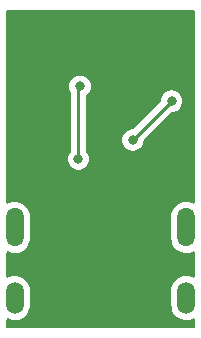
<source format=gbr>
%TF.GenerationSoftware,KiCad,Pcbnew,(6.0.6)*%
%TF.CreationDate,2022-06-22T16:25:05-06:00*%
%TF.ProjectId,15Pin_Fanout_Diodes,31355069-6e5f-4466-916e-6f75745f4469,rev?*%
%TF.SameCoordinates,Original*%
%TF.FileFunction,Copper,L2,Bot*%
%TF.FilePolarity,Positive*%
%FSLAX46Y46*%
G04 Gerber Fmt 4.6, Leading zero omitted, Abs format (unit mm)*
G04 Created by KiCad (PCBNEW (6.0.6)) date 2022-06-22 16:25:05*
%MOMM*%
%LPD*%
G01*
G04 APERTURE LIST*
%TA.AperFunction,ComponentPad*%
%ADD10O,1.500000X2.700000*%
%TD*%
%TA.AperFunction,ComponentPad*%
%ADD11O,1.500000X3.300000*%
%TD*%
%TA.AperFunction,ViaPad*%
%ADD12C,0.800000*%
%TD*%
%TA.AperFunction,Conductor*%
%ADD13C,0.250000*%
%TD*%
G04 APERTURE END LIST*
D10*
%TO.P,J1,20*%
%TO.N,N/C*%
X7250000Y-3396000D03*
%TO.P,J1,21*%
X-7250000Y-3396000D03*
D11*
%TO.P,J1,22*%
X7250000Y2564000D03*
%TO.P,J1,23*%
X-7250000Y2564000D03*
%TD*%
D12*
%TO.N,GND*%
X-3501000Y5249000D03*
X-1184342Y5815658D03*
X2724500Y6500000D03*
X137299Y8387299D03*
X4750000Y6500000D03*
%TO.N,Net-(J1-Pad4)*%
X2724500Y9974500D03*
X6000000Y13250000D03*
%TO.N,Net-(J1-Pad10)*%
X-1887299Y8362701D03*
X-1750000Y14500000D03*
%TD*%
D13*
%TO.N,Net-(J1-Pad4)*%
X2724500Y9974500D02*
X6000000Y13250000D01*
%TO.N,Net-(J1-Pad10)*%
X-1887299Y8362701D02*
X-1887299Y14362701D01*
X-1887299Y14362701D02*
X-1750000Y14500000D01*
%TD*%
%TA.AperFunction,Conductor*%
%TO.N,GND*%
G36*
X7933621Y20971498D02*
G01*
X7980114Y20917842D01*
X7991500Y20865500D01*
X7991500Y4705927D01*
X7971498Y4637806D01*
X7917842Y4591313D01*
X7847568Y4581209D01*
X7814855Y4590554D01*
X7658180Y4659330D01*
X7658167Y4659335D01*
X7653033Y4661588D01*
X7647582Y4662897D01*
X7647578Y4662898D01*
X7440046Y4712722D01*
X7440045Y4712722D01*
X7434589Y4714032D01*
X7350525Y4718879D01*
X7215917Y4726640D01*
X7215914Y4726640D01*
X7210310Y4726963D01*
X6987285Y4699975D01*
X6772565Y4633918D01*
X6767585Y4631348D01*
X6767581Y4631346D01*
X6577919Y4533454D01*
X6572936Y4530882D01*
X6394708Y4394123D01*
X6243515Y4227964D01*
X6124136Y4037656D01*
X6040344Y3829217D01*
X5994787Y3609233D01*
X5991500Y3552225D01*
X5991500Y1607001D01*
X5991749Y1604214D01*
X5991749Y1604208D01*
X5998009Y1534071D01*
X6006383Y1440238D01*
X6065663Y1223549D01*
X6162378Y1020782D01*
X6293471Y838346D01*
X6454799Y682008D01*
X6641262Y556710D01*
X6846967Y466412D01*
X6852418Y465103D01*
X6852422Y465102D01*
X7025503Y423549D01*
X7065411Y413968D01*
X7149475Y409121D01*
X7284083Y401360D01*
X7284086Y401360D01*
X7289690Y401037D01*
X7512715Y428025D01*
X7727435Y494082D01*
X7732415Y496652D01*
X7732419Y496654D01*
X7807710Y535515D01*
X7877417Y548984D01*
X7943341Y522629D01*
X7984550Y464816D01*
X7991500Y423549D01*
X7991500Y-1554073D01*
X7971498Y-1622194D01*
X7917842Y-1668687D01*
X7847568Y-1678791D01*
X7814855Y-1669446D01*
X7658180Y-1600670D01*
X7658167Y-1600665D01*
X7653033Y-1598412D01*
X7647582Y-1597103D01*
X7647578Y-1597102D01*
X7440046Y-1547278D01*
X7440045Y-1547278D01*
X7434589Y-1545968D01*
X7350525Y-1541121D01*
X7215917Y-1533360D01*
X7215914Y-1533360D01*
X7210310Y-1533037D01*
X6987285Y-1560025D01*
X6772565Y-1626082D01*
X6767585Y-1628652D01*
X6767581Y-1628654D01*
X6577919Y-1726546D01*
X6572936Y-1729118D01*
X6394708Y-1865877D01*
X6243515Y-2032036D01*
X6124136Y-2222344D01*
X6040344Y-2430783D01*
X5994787Y-2650767D01*
X5991500Y-2707775D01*
X5991500Y-4052999D01*
X5991749Y-4055786D01*
X5991749Y-4055792D01*
X5998009Y-4125929D01*
X6006383Y-4219762D01*
X6065663Y-4436451D01*
X6162378Y-4639218D01*
X6293471Y-4821654D01*
X6454799Y-4977992D01*
X6641262Y-5103290D01*
X6846967Y-5193588D01*
X6852418Y-5194897D01*
X6852422Y-5194898D01*
X7025503Y-5236451D01*
X7065411Y-5246032D01*
X7149475Y-5250879D01*
X7284083Y-5258640D01*
X7284086Y-5258640D01*
X7289690Y-5258963D01*
X7512715Y-5231975D01*
X7727435Y-5165918D01*
X7732415Y-5163348D01*
X7732419Y-5163346D01*
X7807710Y-5124485D01*
X7877417Y-5111016D01*
X7943341Y-5137371D01*
X7984550Y-5195184D01*
X7991500Y-5236451D01*
X7991500Y-5865500D01*
X7971498Y-5933621D01*
X7917842Y-5980114D01*
X7865500Y-5991500D01*
X-7865500Y-5991500D01*
X-7933621Y-5971498D01*
X-7980114Y-5917842D01*
X-7991500Y-5865500D01*
X-7991500Y-5237927D01*
X-7971498Y-5169806D01*
X-7917842Y-5123313D01*
X-7847568Y-5113209D01*
X-7814855Y-5122554D01*
X-7658180Y-5191330D01*
X-7658167Y-5191335D01*
X-7653033Y-5193588D01*
X-7647582Y-5194897D01*
X-7647578Y-5194898D01*
X-7474497Y-5236451D01*
X-7434589Y-5246032D01*
X-7350525Y-5250879D01*
X-7215917Y-5258640D01*
X-7215914Y-5258640D01*
X-7210310Y-5258963D01*
X-6987285Y-5231975D01*
X-6772565Y-5165918D01*
X-6767585Y-5163348D01*
X-6767581Y-5163346D01*
X-6577919Y-5065454D01*
X-6577918Y-5065454D01*
X-6572936Y-5062882D01*
X-6394708Y-4926123D01*
X-6243515Y-4759964D01*
X-6124136Y-4569656D01*
X-6040344Y-4361217D01*
X-5994787Y-4141233D01*
X-5991500Y-4084225D01*
X-5991500Y-2739001D01*
X-5994449Y-2705952D01*
X-6005884Y-2577833D01*
X-6006383Y-2572238D01*
X-6065663Y-2355549D01*
X-6162378Y-2152782D01*
X-6293471Y-1970346D01*
X-6454799Y-1814008D01*
X-6641262Y-1688710D01*
X-6846967Y-1598412D01*
X-6852418Y-1597103D01*
X-6852422Y-1597102D01*
X-7059954Y-1547278D01*
X-7059955Y-1547278D01*
X-7065411Y-1545968D01*
X-7149475Y-1541121D01*
X-7284083Y-1533360D01*
X-7284086Y-1533360D01*
X-7289690Y-1533037D01*
X-7512715Y-1560025D01*
X-7727435Y-1626082D01*
X-7732415Y-1628652D01*
X-7732419Y-1628654D01*
X-7807710Y-1667515D01*
X-7877417Y-1680984D01*
X-7943341Y-1654629D01*
X-7984550Y-1596816D01*
X-7991500Y-1555549D01*
X-7991500Y422073D01*
X-7971498Y490194D01*
X-7917842Y536687D01*
X-7847568Y546791D01*
X-7814855Y537446D01*
X-7658180Y468670D01*
X-7658167Y468665D01*
X-7653033Y466412D01*
X-7647582Y465103D01*
X-7647578Y465102D01*
X-7474497Y423549D01*
X-7434589Y413968D01*
X-7350525Y409121D01*
X-7215917Y401360D01*
X-7215914Y401360D01*
X-7210310Y401037D01*
X-6987285Y428025D01*
X-6772565Y494082D01*
X-6767585Y496652D01*
X-6767581Y496654D01*
X-6577919Y594546D01*
X-6577918Y594546D01*
X-6572936Y597118D01*
X-6394708Y733877D01*
X-6243515Y900036D01*
X-6124136Y1090344D01*
X-6040344Y1298783D01*
X-5994787Y1518767D01*
X-5991500Y1575775D01*
X-5991500Y3520999D01*
X-5994449Y3554048D01*
X-6005884Y3682167D01*
X-6006383Y3687762D01*
X-6065663Y3904451D01*
X-6162378Y4107218D01*
X-6293471Y4289654D01*
X-6454799Y4445992D01*
X-6641262Y4571290D01*
X-6846967Y4661588D01*
X-6852418Y4662897D01*
X-6852422Y4662898D01*
X-7059954Y4712722D01*
X-7059955Y4712722D01*
X-7065411Y4714032D01*
X-7149475Y4718879D01*
X-7284083Y4726640D01*
X-7284086Y4726640D01*
X-7289690Y4726963D01*
X-7512715Y4699975D01*
X-7727435Y4633918D01*
X-7732415Y4631348D01*
X-7732419Y4631346D01*
X-7807710Y4592485D01*
X-7877417Y4579016D01*
X-7943341Y4605371D01*
X-7984550Y4663184D01*
X-7991500Y4704451D01*
X-7991500Y8362701D01*
X-2800803Y8362701D01*
X-2780841Y8172773D01*
X-2721826Y7991145D01*
X-2626339Y7825757D01*
X-2498552Y7683835D01*
X-2344051Y7571583D01*
X-2338023Y7568899D01*
X-2338021Y7568898D01*
X-2175618Y7496592D01*
X-2169587Y7493907D01*
X-2076186Y7474054D01*
X-1989243Y7455573D01*
X-1989238Y7455573D01*
X-1982786Y7454201D01*
X-1791812Y7454201D01*
X-1785360Y7455573D01*
X-1785355Y7455573D01*
X-1698412Y7474054D01*
X-1605011Y7493907D01*
X-1598980Y7496592D01*
X-1436577Y7568898D01*
X-1436575Y7568899D01*
X-1430547Y7571583D01*
X-1276046Y7683835D01*
X-1148259Y7825757D01*
X-1052772Y7991145D01*
X-993757Y8172773D01*
X-973795Y8362701D01*
X-993757Y8552629D01*
X-1052772Y8734257D01*
X-1148259Y8899645D01*
X-1221436Y8980916D01*
X-1252152Y9044922D01*
X-1253799Y9065225D01*
X-1253799Y9974500D01*
X1810996Y9974500D01*
X1830958Y9784572D01*
X1889973Y9602944D01*
X1985460Y9437556D01*
X2113247Y9295634D01*
X2267748Y9183382D01*
X2273776Y9180698D01*
X2273778Y9180697D01*
X2436181Y9108391D01*
X2442212Y9105706D01*
X2535613Y9085853D01*
X2622556Y9067372D01*
X2622561Y9067372D01*
X2629013Y9066000D01*
X2819987Y9066000D01*
X2826439Y9067372D01*
X2826444Y9067372D01*
X2913387Y9085853D01*
X3006788Y9105706D01*
X3012819Y9108391D01*
X3175222Y9180697D01*
X3175224Y9180698D01*
X3181252Y9183382D01*
X3335753Y9295634D01*
X3463540Y9437556D01*
X3559027Y9602944D01*
X3618042Y9784572D01*
X3635407Y9949794D01*
X3662420Y10015450D01*
X3671622Y10025718D01*
X5950499Y12304595D01*
X6012811Y12338621D01*
X6039594Y12341500D01*
X6095487Y12341500D01*
X6101939Y12342872D01*
X6101944Y12342872D01*
X6188888Y12361353D01*
X6282288Y12381206D01*
X6288319Y12383891D01*
X6450722Y12456197D01*
X6450724Y12456198D01*
X6456752Y12458882D01*
X6611253Y12571134D01*
X6739040Y12713056D01*
X6834527Y12878444D01*
X6893542Y13060072D01*
X6913504Y13250000D01*
X6893542Y13439928D01*
X6834527Y13621556D01*
X6739040Y13786944D01*
X6703834Y13826045D01*
X6615675Y13923955D01*
X6615674Y13923956D01*
X6611253Y13928866D01*
X6456752Y14041118D01*
X6450724Y14043802D01*
X6450722Y14043803D01*
X6288319Y14116109D01*
X6288318Y14116109D01*
X6282288Y14118794D01*
X6188887Y14138647D01*
X6101944Y14157128D01*
X6101939Y14157128D01*
X6095487Y14158500D01*
X5904513Y14158500D01*
X5898061Y14157128D01*
X5898056Y14157128D01*
X5811113Y14138647D01*
X5717712Y14118794D01*
X5711682Y14116109D01*
X5711681Y14116109D01*
X5549278Y14043803D01*
X5549276Y14043802D01*
X5543248Y14041118D01*
X5388747Y13928866D01*
X5384326Y13923956D01*
X5384325Y13923955D01*
X5296167Y13826045D01*
X5260960Y13786944D01*
X5165473Y13621556D01*
X5106458Y13439928D01*
X5105768Y13433367D01*
X5105768Y13433365D01*
X5089093Y13274707D01*
X5062080Y13209050D01*
X5052878Y13198782D01*
X2774000Y10919905D01*
X2711688Y10885879D01*
X2684905Y10883000D01*
X2629013Y10883000D01*
X2622561Y10881628D01*
X2622556Y10881628D01*
X2535613Y10863147D01*
X2442212Y10843294D01*
X2436182Y10840609D01*
X2436181Y10840609D01*
X2273778Y10768303D01*
X2273776Y10768302D01*
X2267748Y10765618D01*
X2113247Y10653366D01*
X1985460Y10511444D01*
X1889973Y10346056D01*
X1830958Y10164428D01*
X1810996Y9974500D01*
X-1253799Y9974500D01*
X-1253799Y13673343D01*
X-1233797Y13741464D01*
X-1201862Y13775278D01*
X-1138747Y13821134D01*
X-1134325Y13826045D01*
X-1015379Y13958148D01*
X-1015378Y13958149D01*
X-1010960Y13963056D01*
X-952686Y14063990D01*
X-918777Y14122721D01*
X-918776Y14122722D01*
X-915473Y14128444D01*
X-856458Y14310072D01*
X-836496Y14500000D01*
X-856458Y14689928D01*
X-915473Y14871556D01*
X-1010960Y15036944D01*
X-1138747Y15178866D01*
X-1293248Y15291118D01*
X-1299276Y15293802D01*
X-1299278Y15293803D01*
X-1461681Y15366109D01*
X-1461682Y15366109D01*
X-1467712Y15368794D01*
X-1561113Y15388647D01*
X-1648056Y15407128D01*
X-1648061Y15407128D01*
X-1654513Y15408500D01*
X-1845487Y15408500D01*
X-1851939Y15407128D01*
X-1851944Y15407128D01*
X-1938887Y15388647D01*
X-2032288Y15368794D01*
X-2038318Y15366109D01*
X-2038319Y15366109D01*
X-2200722Y15293803D01*
X-2200724Y15293802D01*
X-2206752Y15291118D01*
X-2361253Y15178866D01*
X-2489040Y15036944D01*
X-2584527Y14871556D01*
X-2643542Y14689928D01*
X-2663504Y14500000D01*
X-2643542Y14310072D01*
X-2584527Y14128444D01*
X-2581224Y14122722D01*
X-2581223Y14122721D01*
X-2537680Y14047303D01*
X-2520799Y13984303D01*
X-2520799Y9065225D01*
X-2540801Y8997104D01*
X-2553157Y8980922D01*
X-2626339Y8899645D01*
X-2721826Y8734257D01*
X-2780841Y8552629D01*
X-2800803Y8362701D01*
X-7991500Y8362701D01*
X-7991500Y20865500D01*
X-7971498Y20933621D01*
X-7917842Y20980114D01*
X-7865500Y20991500D01*
X7865500Y20991500D01*
X7933621Y20971498D01*
G37*
%TD.AperFunction*%
%TD*%
M02*

</source>
